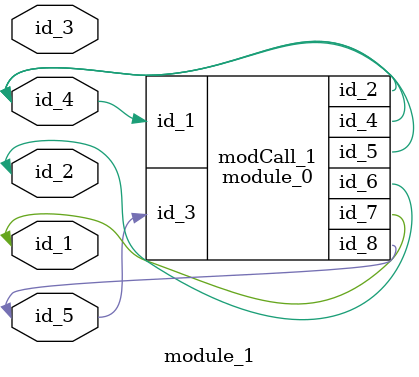
<source format=v>
module module_0 (
    id_1,
    id_2,
    id_3,
    id_4,
    id_5,
    id_6,
    id_7,
    id_8
);
  inout wire id_8;
  inout wire id_7;
  output wire id_6;
  inout wire id_5;
  output wire id_4;
  input wire id_3;
  inout wire id_2;
  input wire id_1;
  wire id_9 = (id_7);
endmodule
module module_1 (
    id_1,
    id_2,
    id_3,
    id_4,
    id_5
);
  inout wire id_5;
  inout wire id_4;
  inout wire id_3;
  inout wire id_2;
  inout wire id_1;
  module_0 modCall_1 (
      id_4,
      id_4,
      id_5,
      id_4,
      id_4,
      id_2,
      id_1,
      id_5
  );
endmodule

</source>
